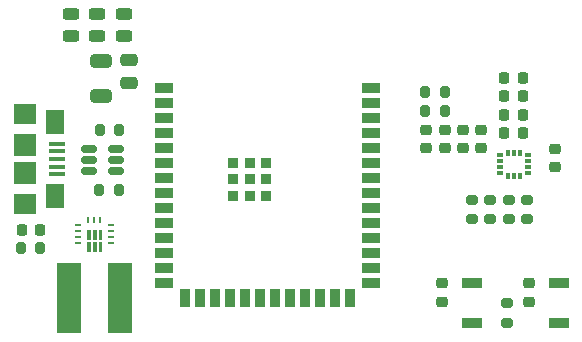
<source format=gtp>
G04 #@! TF.GenerationSoftware,KiCad,Pcbnew,9.0.0*
G04 #@! TF.CreationDate,2025-02-24T19:41:20+01:00*
G04 #@! TF.ProjectId,SourceFIle,536f7572-6365-4464-996c-652e6b696361,02*
G04 #@! TF.SameCoordinates,Original*
G04 #@! TF.FileFunction,Paste,Top*
G04 #@! TF.FilePolarity,Positive*
%FSLAX46Y46*%
G04 Gerber Fmt 4.6, Leading zero omitted, Abs format (unit mm)*
G04 Created by KiCad (PCBNEW 9.0.0) date 2025-02-24 19:41:20*
%MOMM*%
%LPD*%
G01*
G04 APERTURE LIST*
G04 Aperture macros list*
%AMRoundRect*
0 Rectangle with rounded corners*
0 $1 Rounding radius*
0 $2 $3 $4 $5 $6 $7 $8 $9 X,Y pos of 4 corners*
0 Add a 4 corners polygon primitive as box body*
4,1,4,$2,$3,$4,$5,$6,$7,$8,$9,$2,$3,0*
0 Add four circle primitives for the rounded corners*
1,1,$1+$1,$2,$3*
1,1,$1+$1,$4,$5*
1,1,$1+$1,$6,$7*
1,1,$1+$1,$8,$9*
0 Add four rect primitives between the rounded corners*
20,1,$1+$1,$2,$3,$4,$5,0*
20,1,$1+$1,$4,$5,$6,$7,0*
20,1,$1+$1,$6,$7,$8,$9,0*
20,1,$1+$1,$8,$9,$2,$3,0*%
G04 Aperture macros list end*
%ADD10C,0.010000*%
%ADD11RoundRect,0.225000X-0.225000X-0.250000X0.225000X-0.250000X0.225000X0.250000X-0.225000X0.250000X0*%
%ADD12RoundRect,0.225000X-0.250000X0.225000X-0.250000X-0.225000X0.250000X-0.225000X0.250000X0.225000X0*%
%ADD13RoundRect,0.225000X0.225000X0.250000X-0.225000X0.250000X-0.225000X-0.250000X0.225000X-0.250000X0*%
%ADD14R,1.350000X0.400000*%
%ADD15R,1.600000X2.100000*%
%ADD16R,1.900000X1.800000*%
%ADD17R,1.900000X1.900000*%
%ADD18R,1.500000X0.900000*%
%ADD19R,0.900000X1.500000*%
%ADD20R,0.900000X0.900000*%
%ADD21RoundRect,0.150000X-0.512500X-0.150000X0.512500X-0.150000X0.512500X0.150000X-0.512500X0.150000X0*%
%ADD22RoundRect,0.243750X-0.456250X0.243750X-0.456250X-0.243750X0.456250X-0.243750X0.456250X0.243750X0*%
%ADD23RoundRect,0.200000X0.275000X-0.200000X0.275000X0.200000X-0.275000X0.200000X-0.275000X-0.200000X0*%
%ADD24R,1.700000X0.900000*%
%ADD25RoundRect,0.200000X-0.200000X-0.275000X0.200000X-0.275000X0.200000X0.275000X-0.200000X0.275000X0*%
%ADD26R,0.576580X0.351536*%
%ADD27R,0.351536X0.576580*%
%ADD28RoundRect,0.250000X0.475000X-0.250000X0.475000X0.250000X-0.475000X0.250000X-0.475000X-0.250000X0*%
%ADD29RoundRect,0.250000X0.650000X-0.325000X0.650000X0.325000X-0.650000X0.325000X-0.650000X-0.325000X0*%
%ADD30RoundRect,0.200000X-0.275000X0.200000X-0.275000X-0.200000X0.275000X-0.200000X0.275000X0.200000X0*%
%ADD31RoundRect,0.225000X0.250000X-0.225000X0.250000X0.225000X-0.250000X0.225000X-0.250000X-0.225000X0*%
%ADD32R,0.600000X0.240000*%
%ADD33R,0.240000X0.600000*%
%ADD34RoundRect,0.200000X0.200000X0.275000X-0.200000X0.275000X-0.200000X-0.275000X0.200000X-0.275000X0*%
%ADD35R,2.000000X6.000000*%
G04 APERTURE END LIST*
D10*
X134190000Y-92087500D02*
X133970000Y-92087500D01*
X133970000Y-91292500D01*
X134190000Y-91292500D01*
X134190000Y-92087500D01*
G36*
X134190000Y-92087500D02*
G01*
X133970000Y-92087500D01*
X133970000Y-91292500D01*
X134190000Y-91292500D01*
X134190000Y-92087500D01*
G37*
X134190000Y-93077500D02*
X133970000Y-93077500D01*
X133970000Y-92282500D01*
X134190000Y-92282500D01*
X134190000Y-93077500D01*
G36*
X134190000Y-93077500D02*
G01*
X133970000Y-93077500D01*
X133970000Y-92282500D01*
X134190000Y-92282500D01*
X134190000Y-93077500D01*
G37*
X134690000Y-92087500D02*
X134450000Y-92087500D01*
X134450000Y-91292500D01*
X134690000Y-91292500D01*
X134690000Y-92087500D01*
G36*
X134690000Y-92087500D02*
G01*
X134450000Y-92087500D01*
X134450000Y-91292500D01*
X134690000Y-91292500D01*
X134690000Y-92087500D01*
G37*
X134690000Y-93077500D02*
X134450000Y-93077500D01*
X134450000Y-92282500D01*
X134690000Y-92282500D01*
X134690000Y-93077500D01*
G36*
X134690000Y-93077500D02*
G01*
X134450000Y-93077500D01*
X134450000Y-92282500D01*
X134690000Y-92282500D01*
X134690000Y-93077500D01*
G37*
X135170000Y-92087500D02*
X134950000Y-92087500D01*
X134950000Y-91292500D01*
X135170000Y-91292500D01*
X135170000Y-92087500D01*
G36*
X135170000Y-92087500D02*
G01*
X134950000Y-92087500D01*
X134950000Y-91292500D01*
X135170000Y-91292500D01*
X135170000Y-92087500D01*
G37*
X135170000Y-93077500D02*
X134950000Y-93077500D01*
X134950000Y-92282500D01*
X135170000Y-92282500D01*
X135170000Y-93077500D01*
G36*
X135170000Y-93077500D02*
G01*
X134950000Y-93077500D01*
X134950000Y-92282500D01*
X135170000Y-92282500D01*
X135170000Y-93077500D01*
G37*
D11*
X128415000Y-91270000D03*
X129965000Y-91270000D03*
D12*
X167325000Y-82798332D03*
X167325000Y-84348332D03*
X171400000Y-95825000D03*
X171400000Y-97375000D03*
D13*
X170850000Y-83073332D03*
X169300000Y-83073332D03*
D14*
X131390000Y-83990000D03*
X131390000Y-84640000D03*
X131390000Y-85290000D03*
X131390000Y-85940000D03*
X131390000Y-86590000D03*
D15*
X131265000Y-82190000D03*
X131265000Y-88390000D03*
D16*
X128715000Y-81490000D03*
D17*
X128715000Y-84090000D03*
X128715000Y-86490000D03*
D16*
X128715000Y-89090000D03*
D18*
X140500000Y-79270000D03*
X140500000Y-80540000D03*
X140500000Y-81810000D03*
X140500000Y-83080000D03*
X140500000Y-84350000D03*
X140500000Y-85620000D03*
X140500000Y-86890000D03*
X140500000Y-88160000D03*
X140500000Y-89430000D03*
X140500000Y-90700000D03*
X140500000Y-91970000D03*
X140500000Y-93240000D03*
X140500000Y-94510000D03*
X140500000Y-95780000D03*
D19*
X142265000Y-97030000D03*
X143535000Y-97030000D03*
X144805000Y-97030000D03*
X146075000Y-97030000D03*
X147345000Y-97030000D03*
X148615000Y-97030000D03*
X149885000Y-97030000D03*
X151155000Y-97030000D03*
X152425000Y-97030000D03*
X153695000Y-97030000D03*
X154965000Y-97030000D03*
X156235000Y-97030000D03*
D18*
X158000000Y-95780000D03*
X158000000Y-94510000D03*
X158000000Y-93240000D03*
X158000000Y-91970000D03*
X158000000Y-90700000D03*
X158000000Y-89430000D03*
X158000000Y-88160000D03*
X158000000Y-86890000D03*
X158000000Y-85620000D03*
X158000000Y-84350000D03*
X158000000Y-83080000D03*
X158000000Y-81810000D03*
X158000000Y-80540000D03*
X158000000Y-79270000D03*
D20*
X147750000Y-86990000D03*
X146350000Y-85590000D03*
X146350000Y-86990000D03*
X146350000Y-88390000D03*
X147750000Y-88390000D03*
X149150000Y-88390000D03*
X149150000Y-86990000D03*
X149150000Y-85590000D03*
X147750000Y-85590000D03*
D21*
X134097500Y-84427500D03*
X134097500Y-85377500D03*
X134097500Y-86327500D03*
X136372500Y-86327500D03*
X136372500Y-85377500D03*
X136372500Y-84427500D03*
D22*
X137110000Y-72980000D03*
X137110000Y-74855000D03*
D13*
X170850000Y-79980000D03*
X169300000Y-79980000D03*
D23*
X171201666Y-90403332D03*
X171201666Y-88753332D03*
D13*
X170850000Y-81526666D03*
X169300000Y-81526666D03*
D24*
X173880000Y-99210000D03*
X173880000Y-95810000D03*
D25*
X162575000Y-79636666D03*
X164225000Y-79636666D03*
D26*
X171325300Y-86479633D03*
X171325300Y-85979632D03*
X171325300Y-85479632D03*
X171325300Y-84979631D03*
D27*
X170614999Y-84773332D03*
X170115000Y-84773332D03*
X169615001Y-84773332D03*
D26*
X168904700Y-84979631D03*
X168904700Y-85479632D03*
X168904700Y-85979632D03*
X168904700Y-86479633D03*
D27*
X169615001Y-86685932D03*
X170115000Y-86685932D03*
X170614999Y-86685932D03*
D13*
X170850000Y-78433332D03*
X169300000Y-78433332D03*
D28*
X137470000Y-78810000D03*
X137470000Y-76910000D03*
D22*
X132560000Y-72987500D03*
X132560000Y-74862500D03*
D29*
X135180000Y-79935000D03*
X135180000Y-76985000D03*
D23*
X169500000Y-99150000D03*
X169500000Y-97500000D03*
D30*
X166571666Y-88733332D03*
X166571666Y-90383332D03*
D31*
X173585000Y-85979632D03*
X173585000Y-84429632D03*
D24*
X166520000Y-99210000D03*
X166520000Y-95810000D03*
D32*
X135970000Y-92380000D03*
X135970000Y-91880000D03*
X135970000Y-91380000D03*
X135970000Y-90880000D03*
D33*
X135070000Y-90480000D03*
X134570000Y-90480000D03*
X134070000Y-90480000D03*
D32*
X133170000Y-90880000D03*
X133170000Y-91380000D03*
X133170000Y-91880000D03*
X133170000Y-92380000D03*
D25*
X135000000Y-87920000D03*
X136650000Y-87920000D03*
X162595000Y-81216666D03*
X164245000Y-81216666D03*
D30*
X168115000Y-88733332D03*
X168115000Y-90383332D03*
D25*
X135015000Y-82840000D03*
X136665000Y-82840000D03*
D31*
X164225000Y-84348332D03*
X164225000Y-82798332D03*
D22*
X134790000Y-72987500D03*
X134790000Y-74862500D03*
D31*
X162675000Y-84348332D03*
X162675000Y-82798332D03*
D34*
X130015000Y-92800000D03*
X128365000Y-92800000D03*
D35*
X132465000Y-97090000D03*
X136765000Y-97090000D03*
D31*
X165775000Y-84348332D03*
X165775000Y-82798332D03*
D12*
X164050000Y-95815000D03*
X164050000Y-97365000D03*
D30*
X169658333Y-88733332D03*
X169658333Y-90383332D03*
M02*

</source>
